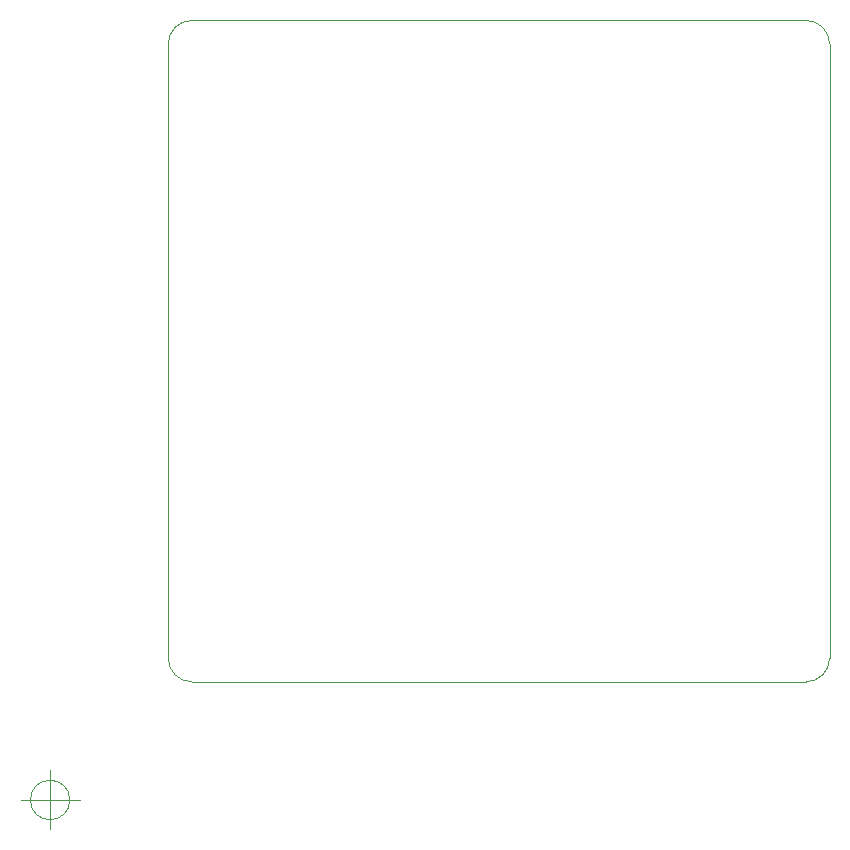
<source format=gbr>
G04 #@! TF.GenerationSoftware,KiCad,Pcbnew,(6.0.0)*
G04 #@! TF.CreationDate,2022-03-27T12:02:49+08:00*
G04 #@! TF.ProjectId,WirelessPower,57697265-6c65-4737-9350-6f7765722e6b,rev?*
G04 #@! TF.SameCoordinates,Original*
G04 #@! TF.FileFunction,Profile,NP*
%FSLAX46Y46*%
G04 Gerber Fmt 4.6, Leading zero omitted, Abs format (unit mm)*
G04 Created by KiCad (PCBNEW (6.0.0)) date 2022-03-27 12:02:49*
%MOMM*%
%LPD*%
G01*
G04 APERTURE LIST*
G04 #@! TA.AperFunction,Profile*
%ADD10C,0.050000*%
G04 #@! TD*
G04 APERTURE END LIST*
D10*
X133610001Y-125790001D02*
X185610000Y-125790000D01*
X131610000Y-123790000D02*
X131610000Y-71790000D01*
X187610001Y-123789999D02*
X187610000Y-71790000D01*
X185610000Y-125790000D02*
G75*
G03*
X187610001Y-123789999I-1J2000002D01*
G01*
X131610000Y-123790000D02*
G75*
G03*
X133610001Y-125790001I2000002J1D01*
G01*
X133610001Y-69789999D02*
G75*
G03*
X131610000Y-71790000I1J-2000002D01*
G01*
X187610000Y-71790000D02*
G75*
G03*
X185609999Y-69789999I-2000002J-1D01*
G01*
X133610001Y-69789999D02*
X185609999Y-69789999D01*
X123276666Y-135790000D02*
G75*
G03*
X123276666Y-135790000I-1666666J0D01*
G01*
X119110000Y-135790000D02*
X124110000Y-135790000D01*
X121610000Y-133290000D02*
X121610000Y-138290000D01*
M02*

</source>
